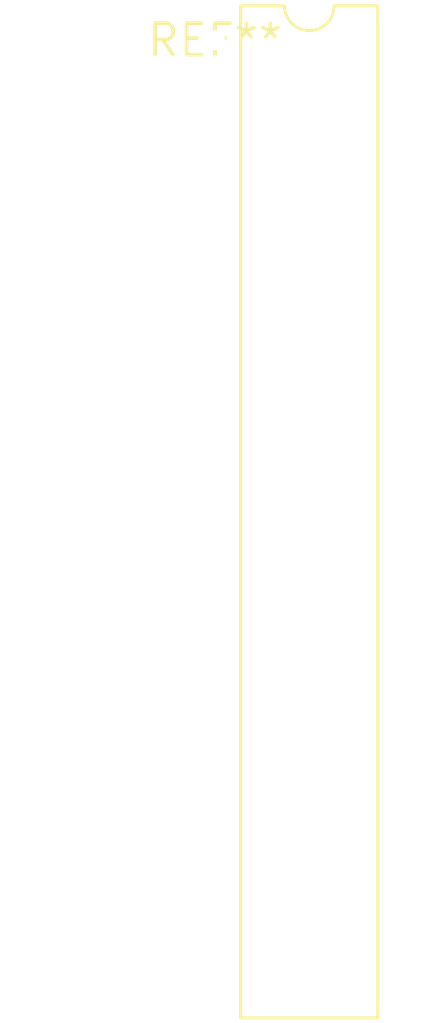
<source format=kicad_pcb>
(kicad_pcb (version 20240108) (generator pcbnew)
  (layers (0 "F.Cu" signal) (31 "B.Cu" signal) (34 "B.Paste" user) (35 "F.Paste" user) (36 "B.SilkS" user "B.Silkscreen") (37 "F.SilkS" user "F.Silkscreen") (38 "B.Mask" user) (39 "F.Mask" user) (44 "Edge.Cuts" user))
  (net 0 "")
  (footprint "DIP-32_W7.62mm" (layer "F.Cu") (at 0 0)
    (property "Reference" "REF**")
    (property "Value" "DIP-32_W7.62mm")
    (fp_line (start 1.04 -1.39) (end 1.04 39.49) (layer "F.SilkS") (stroke (width 0.12)))
    (fp_line (start 1.04 39.49) (end 6.58 39.49) (layer "F.SilkS") (stroke (width 0.12)))
    (fp_line (start 2.81 -1.39) (end 1.04 -1.39) (layer "F.SilkS") (stroke (width 0.12)))
    (fp_line (start 6.58 -1.39) (end 4.81 -1.39) (layer "F.SilkS") (stroke (width 0.12)))
    (fp_line (start 6.58 39.49) (end 6.58 -1.39) (layer "F.SilkS") (stroke (width 0.12)))
    (fp_arc (start 4.81 -1.39) (mid 3.81 -0.39) (end 2.81 -1.39) (layer "F.SilkS") (stroke (width 0.12)))
    (pad "1" thru_hole rect (at 0 0) (size 1.6 1.6) (drill 0.8) (layers *.Cu *.Mask) (remove_unused_layers))
    (pad "2" thru_hole oval (at 0 2.54) (size 1.6 1.6) (drill 0.8) (layers *.Cu *.Mask) (remove_unused_layers))
    (pad "3" thru_hole oval (at 0 5.08) (size 1.6 1.6) (drill 0.8) (layers *.Cu *.Mask) (remove_unused_layers))
    (pad "4" thru_hole oval (at 0 7.62) (size 1.6 1.6) (drill 0.8) (layers *.Cu *.Mask) (remove_unused_layers))
    (pad "5" thru_hole oval (at 0 10.16) (size 1.6 1.6) (drill 0.8) (layers *.Cu *.Mask) (remove_unused_layers))
    (pad "6" thru_hole oval (at 0 12.7) (size 1.6 1.6) (drill 0.8) (layers *.Cu *.Mask) (remove_unused_layers))
    (pad "7" thru_hole oval (at 0 15.24) (size 1.6 1.6) (drill 0.8) (layers *.Cu *.Mask) (remove_unused_layers))
    (pad "8" thru_hole oval (at 0 17.78) (size 1.6 1.6) (drill 0.8) (layers *.Cu *.Mask) (remove_unused_layers))
    (pad "9" thru_hole oval (at 0 20.32) (size 1.6 1.6) (drill 0.8) (layers *.Cu *.Mask) (remove_unused_layers))
    (pad "10" thru_hole oval (at 0 22.86) (size 1.6 1.6) (drill 0.8) (layers *.Cu *.Mask) (remove_unused_layers))
    (pad "11" thru_hole oval (at 0 25.4) (size 1.6 1.6) (drill 0.8) (layers *.Cu *.Mask) (remove_unused_layers))
    (pad "12" thru_hole oval (at 0 27.94) (size 1.6 1.6) (drill 0.8) (layers *.Cu *.Mask) (remove_unused_layers))
    (pad "13" thru_hole oval (at 0 30.48) (size 1.6 1.6) (drill 0.8) (layers *.Cu *.Mask) (remove_unused_layers))
    (pad "14" thru_hole oval (at 0 33.02) (size 1.6 1.6) (drill 0.8) (layers *.Cu *.Mask) (remove_unused_layers))
    (pad "15" thru_hole oval (at 0 35.56) (size 1.6 1.6) (drill 0.8) (layers *.Cu *.Mask) (remove_unused_layers))
    (pad "16" thru_hole oval (at 0 38.1) (size 1.6 1.6) (drill 0.8) (layers *.Cu *.Mask) (remove_unused_layers))
    (pad "17" thru_hole oval (at 7.62 38.1) (size 1.6 1.6) (drill 0.8) (layers *.Cu *.Mask) (remove_unused_layers))
    (pad "18" thru_hole oval (at 7.62 35.56) (size 1.6 1.6) (drill 0.8) (layers *.Cu *.Mask) (remove_unused_layers))
    (pad "19" thru_hole oval (at 7.62 33.02) (size 1.6 1.6) (drill 0.8) (layers *.Cu *.Mask) (remove_unused_layers))
    (pad "20" thru_hole oval (at 7.62 30.48) (size 1.6 1.6) (drill 0.8) (layers *.Cu *.Mask) (remove_unused_layers))
    (pad "21" thru_hole oval (at 7.62 27.94) (size 1.6 1.6) (drill 0.8) (layers *.Cu *.Mask) (remove_unused_layers))
    (pad "22" thru_hole oval (at 7.62 25.4) (size 1.6 1.6) (drill 0.8) (layers *.Cu *.Mask) (remove_unused_layers))
    (pad "23" thru_hole oval (at 7.62 22.86) (size 1.6 1.6) (drill 0.8) (layers *.Cu *.Mask) (remove_unused_layers))
    (pad "24" thru_hole oval (at 7.62 20.32) (size 1.6 1.6) (drill 0.8) (layers *.Cu *.Mask) (remove_unused_layers))
    (pad "25" thru_hole oval (at 7.62 17.78) (size 1.6 1.6) (drill 0.8) (layers *.Cu *.Mask) (remove_unused_layers))
    (pad "26" thru_hole oval (at 7.62 15.24) (size 1.6 1.6) (drill 0.8) (layers *.Cu *.Mask) (remove_unused_layers))
    (pad "27" thru_hole oval (at 7.62 12.7) (size 1.6 1.6) (drill 0.8) (layers *.Cu *.Mask) (remove_unused_layers))
    (pad "28" thru_hole oval (at 7.62 10.16) (size 1.6 1.6) (drill 0.8) (layers *.Cu *.Mask) (remove_unused_layers))
    (pad "29" thru_hole oval (at 7.62 7.62) (size 1.6 1.6) (drill 0.8) (layers *.Cu *.Mask) (remove_unused_layers))
    (pad "30" thru_hole oval (at 7.62 5.08) (size 1.6 1.6) (drill 0.8) (layers *.Cu *.Mask) (remove_unused_layers))
    (pad "31" thru_hole oval (at 7.62 2.54) (size 1.6 1.6) (drill 0.8) (layers *.Cu *.Mask) (remove_unused_layers))
    (pad "32" thru_hole oval (at 7.62 0) (size 1.6 1.6) (drill 0.8) (layers *.Cu *.Mask) (remove_unused_layers))
  )
)
</source>
